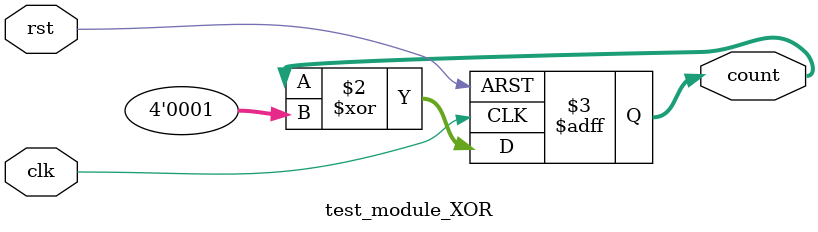
<source format=v>
module test_module_XOR (
    input wire clk,
    input wire rst,
    output reg [3:0] count
);

always @(posedge clk or posedge rst) begin
    if (rst)
        count <= 0;
    else
        count <= count ^ 4'b0001;  // XOR with 1
end

endmodule


</source>
